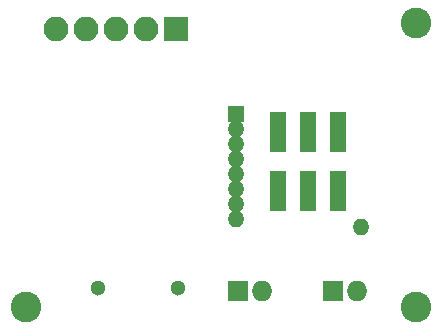
<source format=gbs>
G04 #@! TF.FileFunction,Soldermask,Bot*
%FSLAX46Y46*%
G04 Gerber Fmt 4.6, Leading zero omitted, Abs format (unit mm)*
G04 Created by KiCad (PCBNEW 4.0.4-stable) date Sunday, October 15, 2017 'PMt' 03:04:39 PM*
%MOMM*%
%LPD*%
G01*
G04 APERTURE LIST*
%ADD10C,0.100000*%
%ADD11R,2.100000X2.100000*%
%ADD12O,2.100000X2.100000*%
%ADD13R,1.400000X3.400000*%
%ADD14C,1.300000*%
%ADD15C,2.600000*%
%ADD16R,1.400000X1.400000*%
%ADD17O,1.400000X1.400000*%
%ADD18R,1.750000X1.750000*%
%ADD19O,1.750000X1.750000*%
G04 APERTURE END LIST*
D10*
D11*
X64679999Y-52500000D03*
D12*
X62139999Y-52500000D03*
X59599999Y-52500000D03*
X57059999Y-52500000D03*
X54519999Y-52500000D03*
D13*
X78440000Y-61180000D03*
X78440000Y-66220000D03*
X75900000Y-61180000D03*
X75900000Y-66220000D03*
X73360000Y-61180000D03*
X73360000Y-66220000D03*
D14*
X58100000Y-74400000D03*
X64900000Y-74400000D03*
D15*
X85000000Y-76000000D03*
X85000000Y-52000000D03*
X52000000Y-76000000D03*
D16*
X69800000Y-59710000D03*
D17*
X69800000Y-60980000D03*
X69800000Y-62250000D03*
X69800000Y-63520000D03*
X69800000Y-64790000D03*
X69800000Y-66060000D03*
X69800000Y-67330000D03*
X69800000Y-68600000D03*
X80400000Y-69255000D03*
D18*
X70000000Y-74700000D03*
D19*
X72000000Y-74700000D03*
D18*
X78000000Y-74700000D03*
D19*
X80000000Y-74700000D03*
M02*

</source>
